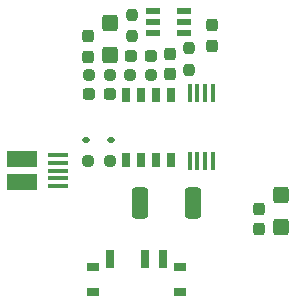
<source format=gbr>
%TF.GenerationSoftware,KiCad,Pcbnew,7.0.6*%
%TF.CreationDate,2023-09-18T21:36:18+08:00*%
%TF.ProjectId,UPS_Lite_Pi_Zero_Form,5550535f-4c69-4746-955f-50695f5a6572,rev?*%
%TF.SameCoordinates,Original*%
%TF.FileFunction,Paste,Top*%
%TF.FilePolarity,Positive*%
%FSLAX46Y46*%
G04 Gerber Fmt 4.6, Leading zero omitted, Abs format (unit mm)*
G04 Created by KiCad (PCBNEW 7.0.6) date 2023-09-18 21:36:18*
%MOMM*%
%LPD*%
G01*
G04 APERTURE LIST*
G04 Aperture macros list*
%AMRoundRect*
0 Rectangle with rounded corners*
0 $1 Rounding radius*
0 $2 $3 $4 $5 $6 $7 $8 $9 X,Y pos of 4 corners*
0 Add a 4 corners polygon primitive as box body*
4,1,4,$2,$3,$4,$5,$6,$7,$8,$9,$2,$3,0*
0 Add four circle primitives for the rounded corners*
1,1,$1+$1,$2,$3*
1,1,$1+$1,$4,$5*
1,1,$1+$1,$6,$7*
1,1,$1+$1,$8,$9*
0 Add four rect primitives between the rounded corners*
20,1,$1+$1,$2,$3,$4,$5,0*
20,1,$1+$1,$4,$5,$6,$7,0*
20,1,$1+$1,$6,$7,$8,$9,0*
20,1,$1+$1,$8,$9,$2,$3,0*%
G04 Aperture macros list end*
%ADD10RoundRect,0.237500X-0.250000X-0.237500X0.250000X-0.237500X0.250000X0.237500X-0.250000X0.237500X0*%
%ADD11R,0.400000X1.560000*%
%ADD12RoundRect,0.112500X0.187500X0.112500X-0.187500X0.112500X-0.187500X-0.112500X0.187500X-0.112500X0*%
%ADD13RoundRect,0.237500X0.250000X0.237500X-0.250000X0.237500X-0.250000X-0.237500X0.250000X-0.237500X0*%
%ADD14RoundRect,0.237500X0.237500X-0.300000X0.237500X0.300000X-0.237500X0.300000X-0.237500X-0.300000X0*%
%ADD15R,1.750000X0.400000*%
%ADD16R,2.500000X1.425000*%
%ADD17RoundRect,0.237500X-0.237500X0.250000X-0.237500X-0.250000X0.237500X-0.250000X0.237500X0.250000X0*%
%ADD18R,1.200000X0.550000*%
%ADD19RoundRect,0.250000X0.425000X-0.450000X0.425000X0.450000X-0.425000X0.450000X-0.425000X-0.450000X0*%
%ADD20RoundRect,0.237500X-0.287500X-0.237500X0.287500X-0.237500X0.287500X0.237500X-0.287500X0.237500X0*%
%ADD21RoundRect,0.250000X-0.425000X-1.075000X0.425000X-1.075000X0.425000X1.075000X-0.425000X1.075000X0*%
%ADD22R,0.700000X1.500000*%
%ADD23R,1.000000X0.800000*%
%ADD24R,0.700000X1.300000*%
G04 APERTURE END LIST*
D10*
%TO.C,R3*%
X90345000Y-103570000D03*
X92170000Y-103570000D03*
%TD*%
D11*
%TO.C,Q1*%
X100905000Y-97852500D03*
X100255000Y-97852500D03*
X99605000Y-97852500D03*
X98955000Y-97852500D03*
X98955000Y-103612500D03*
X99605000Y-103612500D03*
X100255000Y-103612500D03*
X100905000Y-103612500D03*
%TD*%
D12*
%TO.C,D3*%
X92310000Y-101770000D03*
X90210000Y-101770000D03*
%TD*%
D13*
%TO.C,R1*%
X92220000Y-96330000D03*
X90395000Y-96330000D03*
%TD*%
%TO.C,R2*%
X95682500Y-96310000D03*
X93857500Y-96310000D03*
%TD*%
D14*
%TO.C,C1*%
X90350000Y-94742500D03*
X90350000Y-93017500D03*
%TD*%
%TO.C,C3*%
X97280000Y-96242500D03*
X97280000Y-94517500D03*
%TD*%
D15*
%TO.C,J3*%
X87810000Y-103090000D03*
X87810000Y-103740000D03*
X87810000Y-104390000D03*
X87810000Y-105040000D03*
X87810000Y-105690000D03*
D16*
X84735000Y-103427500D03*
X84735000Y-105352500D03*
%TD*%
D17*
%TO.C,R4*%
X94100000Y-91180000D03*
X94100000Y-93005000D03*
%TD*%
D18*
%TO.C,IC2*%
X95860000Y-90850000D03*
X95860000Y-91800000D03*
X95860000Y-92750000D03*
X98460000Y-92750000D03*
X98460000Y-91800000D03*
X98460000Y-90850000D03*
%TD*%
D19*
%TO.C,C6*%
X92200000Y-94567500D03*
X92200000Y-91867500D03*
%TD*%
D14*
%TO.C,C2*%
X100850000Y-93812500D03*
X100850000Y-92087500D03*
%TD*%
D20*
%TO.C,D1*%
X90447500Y-97920000D03*
X92197500Y-97920000D03*
%TD*%
D17*
%TO.C,R5*%
X98850000Y-94047500D03*
X98850000Y-95872500D03*
%TD*%
D21*
%TO.C,F1*%
X94720000Y-107120000D03*
X99220000Y-107120000D03*
%TD*%
D20*
%TO.C,D2*%
X93937500Y-94670000D03*
X95687500Y-94670000D03*
%TD*%
D22*
%TO.C,S1*%
X92190000Y-111870000D03*
X95190000Y-111870000D03*
X96690000Y-111870000D03*
D23*
X90790000Y-112570000D03*
X90790000Y-114670000D03*
X98090000Y-114670000D03*
X98090000Y-112570000D03*
%TD*%
D14*
%TO.C,C5*%
X104820000Y-109332500D03*
X104820000Y-107607500D03*
%TD*%
D19*
%TO.C,C4*%
X106670000Y-109147500D03*
X106670000Y-106447500D03*
%TD*%
D24*
%TO.C,IC1*%
X93555000Y-103520000D03*
X94825000Y-103520000D03*
X96095000Y-103520000D03*
X97365000Y-103520000D03*
X97365000Y-98020000D03*
X96095000Y-98020000D03*
X94825000Y-98020000D03*
X93555000Y-98020000D03*
%TD*%
M02*

</source>
